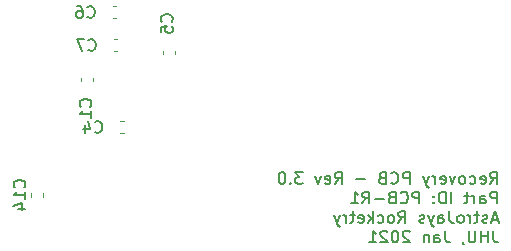
<source format=gbo>
G04 #@! TF.GenerationSoftware,KiCad,Pcbnew,(5.1.4)-1*
G04 #@! TF.CreationDate,2022-02-20T14:42:12-05:00*
G04 #@! TF.ProjectId,Recovery PCB,5265636f-7665-4727-9920-5043422e6b69,rev?*
G04 #@! TF.SameCoordinates,Original*
G04 #@! TF.FileFunction,Legend,Bot*
G04 #@! TF.FilePolarity,Positive*
%FSLAX46Y46*%
G04 Gerber Fmt 4.6, Leading zero omitted, Abs format (unit mm)*
G04 Created by KiCad (PCBNEW (5.1.4)-1) date 2022-02-20 14:42:12*
%MOMM*%
%LPD*%
G04 APERTURE LIST*
%ADD10C,0.150000*%
%ADD11C,0.120000*%
%ADD12C,2.502000*%
%ADD13C,1.702000*%
%ADD14R,3.602000X1.602000*%
%ADD15C,1.052000*%
%ADD16C,0.902000*%
%ADD17C,6.502000*%
%ADD18C,0.100000*%
%ADD19C,1.002000*%
%ADD20R,1.802000X1.802000*%
%ADD21O,1.802000X1.802000*%
%ADD22C,0.977000*%
%ADD23O,1.802000X2.102000*%
%ADD24C,1.802000*%
%ADD25O,1.802000X2.052000*%
%ADD26C,3.102000*%
%ADD27R,3.102000X3.102000*%
%ADD28O,1.102000X1.102000*%
%ADD29R,1.102000X1.102000*%
%ADD30R,2.102000X2.102000*%
%ADD31C,2.102000*%
G04 APERTURE END LIST*
D10*
X158312976Y-91527380D02*
X158646309Y-91051190D01*
X158884404Y-91527380D02*
X158884404Y-90527380D01*
X158503452Y-90527380D01*
X158408214Y-90575000D01*
X158360595Y-90622619D01*
X158312976Y-90717857D01*
X158312976Y-90860714D01*
X158360595Y-90955952D01*
X158408214Y-91003571D01*
X158503452Y-91051190D01*
X158884404Y-91051190D01*
X157503452Y-91479761D02*
X157598690Y-91527380D01*
X157789166Y-91527380D01*
X157884404Y-91479761D01*
X157932023Y-91384523D01*
X157932023Y-91003571D01*
X157884404Y-90908333D01*
X157789166Y-90860714D01*
X157598690Y-90860714D01*
X157503452Y-90908333D01*
X157455833Y-91003571D01*
X157455833Y-91098809D01*
X157932023Y-91194047D01*
X156598690Y-91479761D02*
X156693928Y-91527380D01*
X156884404Y-91527380D01*
X156979642Y-91479761D01*
X157027261Y-91432142D01*
X157074880Y-91336904D01*
X157074880Y-91051190D01*
X157027261Y-90955952D01*
X156979642Y-90908333D01*
X156884404Y-90860714D01*
X156693928Y-90860714D01*
X156598690Y-90908333D01*
X156027261Y-91527380D02*
X156122500Y-91479761D01*
X156170119Y-91432142D01*
X156217738Y-91336904D01*
X156217738Y-91051190D01*
X156170119Y-90955952D01*
X156122500Y-90908333D01*
X156027261Y-90860714D01*
X155884404Y-90860714D01*
X155789166Y-90908333D01*
X155741547Y-90955952D01*
X155693928Y-91051190D01*
X155693928Y-91336904D01*
X155741547Y-91432142D01*
X155789166Y-91479761D01*
X155884404Y-91527380D01*
X156027261Y-91527380D01*
X155360595Y-90860714D02*
X155122500Y-91527380D01*
X154884404Y-90860714D01*
X154122500Y-91479761D02*
X154217738Y-91527380D01*
X154408214Y-91527380D01*
X154503452Y-91479761D01*
X154551071Y-91384523D01*
X154551071Y-91003571D01*
X154503452Y-90908333D01*
X154408214Y-90860714D01*
X154217738Y-90860714D01*
X154122500Y-90908333D01*
X154074880Y-91003571D01*
X154074880Y-91098809D01*
X154551071Y-91194047D01*
X153646309Y-91527380D02*
X153646309Y-90860714D01*
X153646309Y-91051190D02*
X153598690Y-90955952D01*
X153551071Y-90908333D01*
X153455833Y-90860714D01*
X153360595Y-90860714D01*
X153122500Y-90860714D02*
X152884404Y-91527380D01*
X152646309Y-90860714D02*
X152884404Y-91527380D01*
X152979642Y-91765476D01*
X153027261Y-91813095D01*
X153122500Y-91860714D01*
X151503452Y-91527380D02*
X151503452Y-90527380D01*
X151122500Y-90527380D01*
X151027261Y-90575000D01*
X150979642Y-90622619D01*
X150932023Y-90717857D01*
X150932023Y-90860714D01*
X150979642Y-90955952D01*
X151027261Y-91003571D01*
X151122500Y-91051190D01*
X151503452Y-91051190D01*
X149932023Y-91432142D02*
X149979642Y-91479761D01*
X150122500Y-91527380D01*
X150217738Y-91527380D01*
X150360595Y-91479761D01*
X150455833Y-91384523D01*
X150503452Y-91289285D01*
X150551071Y-91098809D01*
X150551071Y-90955952D01*
X150503452Y-90765476D01*
X150455833Y-90670238D01*
X150360595Y-90575000D01*
X150217738Y-90527380D01*
X150122500Y-90527380D01*
X149979642Y-90575000D01*
X149932023Y-90622619D01*
X149170119Y-91003571D02*
X149027261Y-91051190D01*
X148979642Y-91098809D01*
X148932023Y-91194047D01*
X148932023Y-91336904D01*
X148979642Y-91432142D01*
X149027261Y-91479761D01*
X149122500Y-91527380D01*
X149503452Y-91527380D01*
X149503452Y-90527380D01*
X149170119Y-90527380D01*
X149074880Y-90575000D01*
X149027261Y-90622619D01*
X148979642Y-90717857D01*
X148979642Y-90813095D01*
X149027261Y-90908333D01*
X149074880Y-90955952D01*
X149170119Y-91003571D01*
X149503452Y-91003571D01*
X147741547Y-91146428D02*
X146979642Y-91146428D01*
X145170119Y-91527380D02*
X145503452Y-91051190D01*
X145741547Y-91527380D02*
X145741547Y-90527380D01*
X145360595Y-90527380D01*
X145265357Y-90575000D01*
X145217738Y-90622619D01*
X145170119Y-90717857D01*
X145170119Y-90860714D01*
X145217738Y-90955952D01*
X145265357Y-91003571D01*
X145360595Y-91051190D01*
X145741547Y-91051190D01*
X144360595Y-91479761D02*
X144455833Y-91527380D01*
X144646309Y-91527380D01*
X144741547Y-91479761D01*
X144789166Y-91384523D01*
X144789166Y-91003571D01*
X144741547Y-90908333D01*
X144646309Y-90860714D01*
X144455833Y-90860714D01*
X144360595Y-90908333D01*
X144312976Y-91003571D01*
X144312976Y-91098809D01*
X144789166Y-91194047D01*
X143979642Y-90860714D02*
X143741547Y-91527380D01*
X143503452Y-90860714D01*
X142455833Y-90527380D02*
X141836785Y-90527380D01*
X142170119Y-90908333D01*
X142027261Y-90908333D01*
X141932023Y-90955952D01*
X141884404Y-91003571D01*
X141836785Y-91098809D01*
X141836785Y-91336904D01*
X141884404Y-91432142D01*
X141932023Y-91479761D01*
X142027261Y-91527380D01*
X142312976Y-91527380D01*
X142408214Y-91479761D01*
X142455833Y-91432142D01*
X141408214Y-91432142D02*
X141360595Y-91479761D01*
X141408214Y-91527380D01*
X141455833Y-91479761D01*
X141408214Y-91432142D01*
X141408214Y-91527380D01*
X140741547Y-90527380D02*
X140646309Y-90527380D01*
X140551071Y-90575000D01*
X140503452Y-90622619D01*
X140455833Y-90717857D01*
X140408214Y-90908333D01*
X140408214Y-91146428D01*
X140455833Y-91336904D01*
X140503452Y-91432142D01*
X140551071Y-91479761D01*
X140646309Y-91527380D01*
X140741547Y-91527380D01*
X140836785Y-91479761D01*
X140884404Y-91432142D01*
X140932023Y-91336904D01*
X140979642Y-91146428D01*
X140979642Y-90908333D01*
X140932023Y-90717857D01*
X140884404Y-90622619D01*
X140836785Y-90575000D01*
X140741547Y-90527380D01*
X158884404Y-93177380D02*
X158884404Y-92177380D01*
X158503452Y-92177380D01*
X158408214Y-92225000D01*
X158360595Y-92272619D01*
X158312976Y-92367857D01*
X158312976Y-92510714D01*
X158360595Y-92605952D01*
X158408214Y-92653571D01*
X158503452Y-92701190D01*
X158884404Y-92701190D01*
X157455833Y-93177380D02*
X157455833Y-92653571D01*
X157503452Y-92558333D01*
X157598690Y-92510714D01*
X157789166Y-92510714D01*
X157884404Y-92558333D01*
X157455833Y-93129761D02*
X157551071Y-93177380D01*
X157789166Y-93177380D01*
X157884404Y-93129761D01*
X157932023Y-93034523D01*
X157932023Y-92939285D01*
X157884404Y-92844047D01*
X157789166Y-92796428D01*
X157551071Y-92796428D01*
X157455833Y-92748809D01*
X156979642Y-93177380D02*
X156979642Y-92510714D01*
X156979642Y-92701190D02*
X156932023Y-92605952D01*
X156884404Y-92558333D01*
X156789166Y-92510714D01*
X156693928Y-92510714D01*
X156503452Y-92510714D02*
X156122500Y-92510714D01*
X156360595Y-92177380D02*
X156360595Y-93034523D01*
X156312976Y-93129761D01*
X156217738Y-93177380D01*
X156122500Y-93177380D01*
X155027261Y-93177380D02*
X155027261Y-92177380D01*
X154551071Y-93177380D02*
X154551071Y-92177380D01*
X154312976Y-92177380D01*
X154170119Y-92225000D01*
X154074880Y-92320238D01*
X154027261Y-92415476D01*
X153979642Y-92605952D01*
X153979642Y-92748809D01*
X154027261Y-92939285D01*
X154074880Y-93034523D01*
X154170119Y-93129761D01*
X154312976Y-93177380D01*
X154551071Y-93177380D01*
X153551071Y-93082142D02*
X153503452Y-93129761D01*
X153551071Y-93177380D01*
X153598690Y-93129761D01*
X153551071Y-93082142D01*
X153551071Y-93177380D01*
X153551071Y-92558333D02*
X153503452Y-92605952D01*
X153551071Y-92653571D01*
X153598690Y-92605952D01*
X153551071Y-92558333D01*
X153551071Y-92653571D01*
X152312976Y-93177380D02*
X152312976Y-92177380D01*
X151932023Y-92177380D01*
X151836785Y-92225000D01*
X151789166Y-92272619D01*
X151741547Y-92367857D01*
X151741547Y-92510714D01*
X151789166Y-92605952D01*
X151836785Y-92653571D01*
X151932023Y-92701190D01*
X152312976Y-92701190D01*
X150741547Y-93082142D02*
X150789166Y-93129761D01*
X150932023Y-93177380D01*
X151027261Y-93177380D01*
X151170119Y-93129761D01*
X151265357Y-93034523D01*
X151312976Y-92939285D01*
X151360595Y-92748809D01*
X151360595Y-92605952D01*
X151312976Y-92415476D01*
X151265357Y-92320238D01*
X151170119Y-92225000D01*
X151027261Y-92177380D01*
X150932023Y-92177380D01*
X150789166Y-92225000D01*
X150741547Y-92272619D01*
X149979642Y-92653571D02*
X149836785Y-92701190D01*
X149789166Y-92748809D01*
X149741547Y-92844047D01*
X149741547Y-92986904D01*
X149789166Y-93082142D01*
X149836785Y-93129761D01*
X149932023Y-93177380D01*
X150312976Y-93177380D01*
X150312976Y-92177380D01*
X149979642Y-92177380D01*
X149884404Y-92225000D01*
X149836785Y-92272619D01*
X149789166Y-92367857D01*
X149789166Y-92463095D01*
X149836785Y-92558333D01*
X149884404Y-92605952D01*
X149979642Y-92653571D01*
X150312976Y-92653571D01*
X149312976Y-92796428D02*
X148551071Y-92796428D01*
X147503452Y-93177380D02*
X147836785Y-92701190D01*
X148074880Y-93177380D02*
X148074880Y-92177380D01*
X147693928Y-92177380D01*
X147598690Y-92225000D01*
X147551071Y-92272619D01*
X147503452Y-92367857D01*
X147503452Y-92510714D01*
X147551071Y-92605952D01*
X147598690Y-92653571D01*
X147693928Y-92701190D01*
X148074880Y-92701190D01*
X146551071Y-93177380D02*
X147122500Y-93177380D01*
X146836785Y-93177380D02*
X146836785Y-92177380D01*
X146932023Y-92320238D01*
X147027261Y-92415476D01*
X147122500Y-92463095D01*
X158932023Y-94541666D02*
X158455833Y-94541666D01*
X159027261Y-94827380D02*
X158693928Y-93827380D01*
X158360595Y-94827380D01*
X158074880Y-94779761D02*
X157979642Y-94827380D01*
X157789166Y-94827380D01*
X157693928Y-94779761D01*
X157646309Y-94684523D01*
X157646309Y-94636904D01*
X157693928Y-94541666D01*
X157789166Y-94494047D01*
X157932023Y-94494047D01*
X158027261Y-94446428D01*
X158074880Y-94351190D01*
X158074880Y-94303571D01*
X158027261Y-94208333D01*
X157932023Y-94160714D01*
X157789166Y-94160714D01*
X157693928Y-94208333D01*
X157360595Y-94160714D02*
X156979642Y-94160714D01*
X157217738Y-93827380D02*
X157217738Y-94684523D01*
X157170119Y-94779761D01*
X157074880Y-94827380D01*
X156979642Y-94827380D01*
X156646309Y-94827380D02*
X156646309Y-94160714D01*
X156646309Y-94351190D02*
X156598690Y-94255952D01*
X156551071Y-94208333D01*
X156455833Y-94160714D01*
X156360595Y-94160714D01*
X155884404Y-94827380D02*
X155979642Y-94779761D01*
X156027261Y-94732142D01*
X156074880Y-94636904D01*
X156074880Y-94351190D01*
X156027261Y-94255952D01*
X155979642Y-94208333D01*
X155884404Y-94160714D01*
X155741547Y-94160714D01*
X155646309Y-94208333D01*
X155598690Y-94255952D01*
X155551071Y-94351190D01*
X155551071Y-94636904D01*
X155598690Y-94732142D01*
X155646309Y-94779761D01*
X155741547Y-94827380D01*
X155884404Y-94827380D01*
X154836785Y-93827380D02*
X154836785Y-94541666D01*
X154884404Y-94684523D01*
X154979642Y-94779761D01*
X155122500Y-94827380D01*
X155217738Y-94827380D01*
X153932023Y-94827380D02*
X153932023Y-94303571D01*
X153979642Y-94208333D01*
X154074880Y-94160714D01*
X154265357Y-94160714D01*
X154360595Y-94208333D01*
X153932023Y-94779761D02*
X154027261Y-94827380D01*
X154265357Y-94827380D01*
X154360595Y-94779761D01*
X154408214Y-94684523D01*
X154408214Y-94589285D01*
X154360595Y-94494047D01*
X154265357Y-94446428D01*
X154027261Y-94446428D01*
X153932023Y-94398809D01*
X153551071Y-94160714D02*
X153312976Y-94827380D01*
X153074880Y-94160714D02*
X153312976Y-94827380D01*
X153408214Y-95065476D01*
X153455833Y-95113095D01*
X153551071Y-95160714D01*
X152741547Y-94779761D02*
X152646309Y-94827380D01*
X152455833Y-94827380D01*
X152360595Y-94779761D01*
X152312976Y-94684523D01*
X152312976Y-94636904D01*
X152360595Y-94541666D01*
X152455833Y-94494047D01*
X152598690Y-94494047D01*
X152693928Y-94446428D01*
X152741547Y-94351190D01*
X152741547Y-94303571D01*
X152693928Y-94208333D01*
X152598690Y-94160714D01*
X152455833Y-94160714D01*
X152360595Y-94208333D01*
X150551071Y-94827380D02*
X150884404Y-94351190D01*
X151122500Y-94827380D02*
X151122500Y-93827380D01*
X150741547Y-93827380D01*
X150646309Y-93875000D01*
X150598690Y-93922619D01*
X150551071Y-94017857D01*
X150551071Y-94160714D01*
X150598690Y-94255952D01*
X150646309Y-94303571D01*
X150741547Y-94351190D01*
X151122500Y-94351190D01*
X149979642Y-94827380D02*
X150074880Y-94779761D01*
X150122500Y-94732142D01*
X150170119Y-94636904D01*
X150170119Y-94351190D01*
X150122500Y-94255952D01*
X150074880Y-94208333D01*
X149979642Y-94160714D01*
X149836785Y-94160714D01*
X149741547Y-94208333D01*
X149693928Y-94255952D01*
X149646309Y-94351190D01*
X149646309Y-94636904D01*
X149693928Y-94732142D01*
X149741547Y-94779761D01*
X149836785Y-94827380D01*
X149979642Y-94827380D01*
X148789166Y-94779761D02*
X148884404Y-94827380D01*
X149074880Y-94827380D01*
X149170119Y-94779761D01*
X149217738Y-94732142D01*
X149265357Y-94636904D01*
X149265357Y-94351190D01*
X149217738Y-94255952D01*
X149170119Y-94208333D01*
X149074880Y-94160714D01*
X148884404Y-94160714D01*
X148789166Y-94208333D01*
X148360595Y-94827380D02*
X148360595Y-93827380D01*
X148265357Y-94446428D02*
X147979642Y-94827380D01*
X147979642Y-94160714D02*
X148360595Y-94541666D01*
X147170119Y-94779761D02*
X147265357Y-94827380D01*
X147455833Y-94827380D01*
X147551071Y-94779761D01*
X147598690Y-94684523D01*
X147598690Y-94303571D01*
X147551071Y-94208333D01*
X147455833Y-94160714D01*
X147265357Y-94160714D01*
X147170119Y-94208333D01*
X147122500Y-94303571D01*
X147122500Y-94398809D01*
X147598690Y-94494047D01*
X146836785Y-94160714D02*
X146455833Y-94160714D01*
X146693928Y-93827380D02*
X146693928Y-94684523D01*
X146646309Y-94779761D01*
X146551071Y-94827380D01*
X146455833Y-94827380D01*
X146122500Y-94827380D02*
X146122500Y-94160714D01*
X146122500Y-94351190D02*
X146074880Y-94255952D01*
X146027261Y-94208333D01*
X145932023Y-94160714D01*
X145836785Y-94160714D01*
X145598690Y-94160714D02*
X145360595Y-94827380D01*
X145122500Y-94160714D02*
X145360595Y-94827380D01*
X145455833Y-95065476D01*
X145503452Y-95113095D01*
X145598690Y-95160714D01*
X158598690Y-95477380D02*
X158598690Y-96191666D01*
X158646309Y-96334523D01*
X158741547Y-96429761D01*
X158884404Y-96477380D01*
X158979642Y-96477380D01*
X158122500Y-96477380D02*
X158122500Y-95477380D01*
X158122500Y-95953571D02*
X157551071Y-95953571D01*
X157551071Y-96477380D02*
X157551071Y-95477380D01*
X157074880Y-95477380D02*
X157074880Y-96286904D01*
X157027261Y-96382142D01*
X156979642Y-96429761D01*
X156884404Y-96477380D01*
X156693928Y-96477380D01*
X156598690Y-96429761D01*
X156551071Y-96382142D01*
X156503452Y-96286904D01*
X156503452Y-95477380D01*
X155979642Y-96429761D02*
X155979642Y-96477380D01*
X156027261Y-96572619D01*
X156074880Y-96620238D01*
X154503452Y-95477380D02*
X154503452Y-96191666D01*
X154551071Y-96334523D01*
X154646309Y-96429761D01*
X154789166Y-96477380D01*
X154884404Y-96477380D01*
X153598690Y-96477380D02*
X153598690Y-95953571D01*
X153646309Y-95858333D01*
X153741547Y-95810714D01*
X153932023Y-95810714D01*
X154027261Y-95858333D01*
X153598690Y-96429761D02*
X153693928Y-96477380D01*
X153932023Y-96477380D01*
X154027261Y-96429761D01*
X154074880Y-96334523D01*
X154074880Y-96239285D01*
X154027261Y-96144047D01*
X153932023Y-96096428D01*
X153693928Y-96096428D01*
X153598690Y-96048809D01*
X153122500Y-95810714D02*
X153122500Y-96477380D01*
X153122500Y-95905952D02*
X153074880Y-95858333D01*
X152979642Y-95810714D01*
X152836785Y-95810714D01*
X152741547Y-95858333D01*
X152693928Y-95953571D01*
X152693928Y-96477380D01*
X151503452Y-95572619D02*
X151455833Y-95525000D01*
X151360595Y-95477380D01*
X151122500Y-95477380D01*
X151027261Y-95525000D01*
X150979642Y-95572619D01*
X150932023Y-95667857D01*
X150932023Y-95763095D01*
X150979642Y-95905952D01*
X151551071Y-96477380D01*
X150932023Y-96477380D01*
X150312976Y-95477380D02*
X150217738Y-95477380D01*
X150122500Y-95525000D01*
X150074880Y-95572619D01*
X150027261Y-95667857D01*
X149979642Y-95858333D01*
X149979642Y-96096428D01*
X150027261Y-96286904D01*
X150074880Y-96382142D01*
X150122500Y-96429761D01*
X150217738Y-96477380D01*
X150312976Y-96477380D01*
X150408214Y-96429761D01*
X150455833Y-96382142D01*
X150503452Y-96286904D01*
X150551071Y-96096428D01*
X150551071Y-95858333D01*
X150503452Y-95667857D01*
X150455833Y-95572619D01*
X150408214Y-95525000D01*
X150312976Y-95477380D01*
X149598690Y-95572619D02*
X149551071Y-95525000D01*
X149455833Y-95477380D01*
X149217738Y-95477380D01*
X149122500Y-95525000D01*
X149074880Y-95572619D01*
X149027261Y-95667857D01*
X149027261Y-95763095D01*
X149074880Y-95905952D01*
X149646309Y-96477380D01*
X149027261Y-96477380D01*
X148074880Y-96477380D02*
X148646309Y-96477380D01*
X148360595Y-96477380D02*
X148360595Y-95477380D01*
X148455833Y-95620238D01*
X148551071Y-95715476D01*
X148646309Y-95763095D01*
D11*
X130579400Y-80544580D02*
X130579400Y-80263420D01*
X131599400Y-80544580D02*
X131599400Y-80263420D01*
X119440000Y-92287221D02*
X119440000Y-92612779D01*
X120460000Y-92287221D02*
X120460000Y-92612779D01*
X126430721Y-80266000D02*
X126756279Y-80266000D01*
X126430721Y-79246000D02*
X126756279Y-79246000D01*
X124690600Y-82839679D02*
X124690600Y-82514121D01*
X123670600Y-82839679D02*
X123670600Y-82514121D01*
X126964121Y-87251000D02*
X127289679Y-87251000D01*
X126964121Y-86231000D02*
X127289679Y-86231000D01*
X126680279Y-76477400D02*
X126354721Y-76477400D01*
X126680279Y-77497400D02*
X126354721Y-77497400D01*
D10*
X131344942Y-77785933D02*
X131392561Y-77738314D01*
X131440180Y-77595457D01*
X131440180Y-77500219D01*
X131392561Y-77357361D01*
X131297323Y-77262123D01*
X131202085Y-77214504D01*
X131011609Y-77166885D01*
X130868752Y-77166885D01*
X130678276Y-77214504D01*
X130583038Y-77262123D01*
X130487800Y-77357361D01*
X130440180Y-77500219D01*
X130440180Y-77595457D01*
X130487800Y-77738314D01*
X130535419Y-77785933D01*
X130440180Y-78690695D02*
X130440180Y-78214504D01*
X130916371Y-78166885D01*
X130868752Y-78214504D01*
X130821133Y-78309742D01*
X130821133Y-78547838D01*
X130868752Y-78643076D01*
X130916371Y-78690695D01*
X131011609Y-78738314D01*
X131249704Y-78738314D01*
X131344942Y-78690695D01*
X131392561Y-78643076D01*
X131440180Y-78547838D01*
X131440180Y-78309742D01*
X131392561Y-78214504D01*
X131344942Y-78166885D01*
X118877142Y-91807142D02*
X118924761Y-91759523D01*
X118972380Y-91616666D01*
X118972380Y-91521428D01*
X118924761Y-91378571D01*
X118829523Y-91283333D01*
X118734285Y-91235714D01*
X118543809Y-91188095D01*
X118400952Y-91188095D01*
X118210476Y-91235714D01*
X118115238Y-91283333D01*
X118020000Y-91378571D01*
X117972380Y-91521428D01*
X117972380Y-91616666D01*
X118020000Y-91759523D01*
X118067619Y-91807142D01*
X118972380Y-92759523D02*
X118972380Y-92188095D01*
X118972380Y-92473809D02*
X117972380Y-92473809D01*
X118115238Y-92378571D01*
X118210476Y-92283333D01*
X118258095Y-92188095D01*
X118305714Y-93616666D02*
X118972380Y-93616666D01*
X117924761Y-93378571D02*
X118639047Y-93140476D01*
X118639047Y-93759523D01*
X124302666Y-80163142D02*
X124350285Y-80210761D01*
X124493142Y-80258380D01*
X124588380Y-80258380D01*
X124731238Y-80210761D01*
X124826476Y-80115523D01*
X124874095Y-80020285D01*
X124921714Y-79829809D01*
X124921714Y-79686952D01*
X124874095Y-79496476D01*
X124826476Y-79401238D01*
X124731238Y-79306000D01*
X124588380Y-79258380D01*
X124493142Y-79258380D01*
X124350285Y-79306000D01*
X124302666Y-79353619D01*
X123969333Y-79258380D02*
X123302666Y-79258380D01*
X123731238Y-80258380D01*
X124467742Y-84972733D02*
X124515361Y-84925114D01*
X124562980Y-84782257D01*
X124562980Y-84687019D01*
X124515361Y-84544161D01*
X124420123Y-84448923D01*
X124324885Y-84401304D01*
X124134409Y-84353685D01*
X123991552Y-84353685D01*
X123801076Y-84401304D01*
X123705838Y-84448923D01*
X123610600Y-84544161D01*
X123562980Y-84687019D01*
X123562980Y-84782257D01*
X123610600Y-84925114D01*
X123658219Y-84972733D01*
X124562980Y-85925114D02*
X124562980Y-85353685D01*
X124562980Y-85639400D02*
X123562980Y-85639400D01*
X123705838Y-85544161D01*
X123801076Y-85448923D01*
X123848695Y-85353685D01*
X124846066Y-87108142D02*
X124893685Y-87155761D01*
X125036542Y-87203380D01*
X125131780Y-87203380D01*
X125274638Y-87155761D01*
X125369876Y-87060523D01*
X125417495Y-86965285D01*
X125465114Y-86774809D01*
X125465114Y-86631952D01*
X125417495Y-86441476D01*
X125369876Y-86346238D01*
X125274638Y-86251000D01*
X125131780Y-86203380D01*
X125036542Y-86203380D01*
X124893685Y-86251000D01*
X124846066Y-86298619D01*
X123988923Y-86536714D02*
X123988923Y-87203380D01*
X124227019Y-86155761D02*
X124465114Y-86870047D01*
X123846066Y-86870047D01*
X124216666Y-77384542D02*
X124264285Y-77432161D01*
X124407142Y-77479780D01*
X124502380Y-77479780D01*
X124645238Y-77432161D01*
X124740476Y-77336923D01*
X124788095Y-77241685D01*
X124835714Y-77051209D01*
X124835714Y-76908352D01*
X124788095Y-76717876D01*
X124740476Y-76622638D01*
X124645238Y-76527400D01*
X124502380Y-76479780D01*
X124407142Y-76479780D01*
X124264285Y-76527400D01*
X124216666Y-76575019D01*
X123359523Y-76479780D02*
X123550000Y-76479780D01*
X123645238Y-76527400D01*
X123692857Y-76575019D01*
X123788095Y-76717876D01*
X123835714Y-76908352D01*
X123835714Y-77289304D01*
X123788095Y-77384542D01*
X123740476Y-77432161D01*
X123645238Y-77479780D01*
X123454761Y-77479780D01*
X123359523Y-77432161D01*
X123311904Y-77384542D01*
X123264285Y-77289304D01*
X123264285Y-77051209D01*
X123311904Y-76955971D01*
X123359523Y-76908352D01*
X123454761Y-76860733D01*
X123645238Y-76860733D01*
X123740476Y-76908352D01*
X123788095Y-76955971D01*
X123835714Y-77051209D01*
%LPC*%
D12*
X103870000Y-109922500D03*
X108950000Y-109922500D03*
D13*
X119110000Y-109922500D03*
X121650000Y-109922500D03*
D12*
X103870000Y-99022500D03*
X108950000Y-99022500D03*
D13*
X119110000Y-99022500D03*
X121650000Y-99022500D03*
D14*
X172740000Y-109980000D03*
X172740000Y-115380000D03*
D15*
X97030000Y-87300000D03*
X97030000Y-80500000D03*
D16*
X172697056Y-119802944D03*
X171000000Y-119100000D03*
X169302944Y-119802944D03*
X168600000Y-121500000D03*
X169302944Y-123197056D03*
X171000000Y-123900000D03*
X172697056Y-123197056D03*
X173400000Y-121500000D03*
D17*
X171000000Y-121500000D03*
D16*
X98297056Y-119802944D03*
X96600000Y-119100000D03*
X94902944Y-119802944D03*
X94200000Y-121500000D03*
X94902944Y-123197056D03*
X96600000Y-123900000D03*
X98297056Y-123197056D03*
X99000000Y-121500000D03*
D17*
X96600000Y-121500000D03*
D16*
X172697056Y-68802944D03*
X171000000Y-68100000D03*
X169302944Y-68802944D03*
X168600000Y-70500000D03*
X169302944Y-72197056D03*
X171000000Y-72900000D03*
X172697056Y-72197056D03*
X173400000Y-70500000D03*
D17*
X171000000Y-70500000D03*
D16*
X98297056Y-68802944D03*
X96600000Y-68100000D03*
X94902944Y-68802944D03*
X94200000Y-70500000D03*
X94902944Y-72197056D03*
X96600000Y-72900000D03*
X98297056Y-72197056D03*
X99000000Y-70500000D03*
D17*
X96600000Y-70500000D03*
D14*
X172520000Y-80050000D03*
X172520000Y-85450000D03*
D18*
G36*
X131389453Y-79129206D02*
G01*
X131413770Y-79132813D01*
X131437616Y-79138786D01*
X131460762Y-79147068D01*
X131482985Y-79157579D01*
X131504070Y-79170217D01*
X131523816Y-79184861D01*
X131542030Y-79201370D01*
X131558539Y-79219584D01*
X131573183Y-79239330D01*
X131585821Y-79260415D01*
X131596332Y-79282638D01*
X131604614Y-79305784D01*
X131610587Y-79329630D01*
X131614194Y-79353947D01*
X131615400Y-79378500D01*
X131615400Y-79879500D01*
X131614194Y-79904053D01*
X131610587Y-79928370D01*
X131604614Y-79952216D01*
X131596332Y-79975362D01*
X131585821Y-79997585D01*
X131573183Y-80018670D01*
X131558539Y-80038416D01*
X131542030Y-80056630D01*
X131523816Y-80073139D01*
X131504070Y-80087783D01*
X131482985Y-80100421D01*
X131460762Y-80110932D01*
X131437616Y-80119214D01*
X131413770Y-80125187D01*
X131389453Y-80128794D01*
X131364900Y-80130000D01*
X130813900Y-80130000D01*
X130789347Y-80128794D01*
X130765030Y-80125187D01*
X130741184Y-80119214D01*
X130718038Y-80110932D01*
X130695815Y-80100421D01*
X130674730Y-80087783D01*
X130654984Y-80073139D01*
X130636770Y-80056630D01*
X130620261Y-80038416D01*
X130605617Y-80018670D01*
X130592979Y-79997585D01*
X130582468Y-79975362D01*
X130574186Y-79952216D01*
X130568213Y-79928370D01*
X130564606Y-79904053D01*
X130563400Y-79879500D01*
X130563400Y-79378500D01*
X130564606Y-79353947D01*
X130568213Y-79329630D01*
X130574186Y-79305784D01*
X130582468Y-79282638D01*
X130592979Y-79260415D01*
X130605617Y-79239330D01*
X130620261Y-79219584D01*
X130636770Y-79201370D01*
X130654984Y-79184861D01*
X130674730Y-79170217D01*
X130695815Y-79157579D01*
X130718038Y-79147068D01*
X130741184Y-79138786D01*
X130765030Y-79132813D01*
X130789347Y-79129206D01*
X130813900Y-79128000D01*
X131364900Y-79128000D01*
X131389453Y-79129206D01*
X131389453Y-79129206D01*
G37*
D19*
X131089400Y-79629000D03*
D18*
G36*
X131389453Y-80679206D02*
G01*
X131413770Y-80682813D01*
X131437616Y-80688786D01*
X131460762Y-80697068D01*
X131482985Y-80707579D01*
X131504070Y-80720217D01*
X131523816Y-80734861D01*
X131542030Y-80751370D01*
X131558539Y-80769584D01*
X131573183Y-80789330D01*
X131585821Y-80810415D01*
X131596332Y-80832638D01*
X131604614Y-80855784D01*
X131610587Y-80879630D01*
X131614194Y-80903947D01*
X131615400Y-80928500D01*
X131615400Y-81429500D01*
X131614194Y-81454053D01*
X131610587Y-81478370D01*
X131604614Y-81502216D01*
X131596332Y-81525362D01*
X131585821Y-81547585D01*
X131573183Y-81568670D01*
X131558539Y-81588416D01*
X131542030Y-81606630D01*
X131523816Y-81623139D01*
X131504070Y-81637783D01*
X131482985Y-81650421D01*
X131460762Y-81660932D01*
X131437616Y-81669214D01*
X131413770Y-81675187D01*
X131389453Y-81678794D01*
X131364900Y-81680000D01*
X130813900Y-81680000D01*
X130789347Y-81678794D01*
X130765030Y-81675187D01*
X130741184Y-81669214D01*
X130718038Y-81660932D01*
X130695815Y-81650421D01*
X130674730Y-81637783D01*
X130654984Y-81623139D01*
X130636770Y-81606630D01*
X130620261Y-81588416D01*
X130605617Y-81568670D01*
X130592979Y-81547585D01*
X130582468Y-81525362D01*
X130574186Y-81502216D01*
X130568213Y-81478370D01*
X130564606Y-81454053D01*
X130563400Y-81429500D01*
X130563400Y-80928500D01*
X130564606Y-80903947D01*
X130568213Y-80879630D01*
X130574186Y-80855784D01*
X130582468Y-80832638D01*
X130592979Y-80810415D01*
X130605617Y-80789330D01*
X130620261Y-80769584D01*
X130636770Y-80751370D01*
X130654984Y-80734861D01*
X130674730Y-80720217D01*
X130695815Y-80707579D01*
X130718038Y-80697068D01*
X130741184Y-80688786D01*
X130765030Y-80682813D01*
X130789347Y-80679206D01*
X130813900Y-80678000D01*
X131364900Y-80678000D01*
X131389453Y-80679206D01*
X131389453Y-80679206D01*
G37*
D19*
X131089400Y-81179000D03*
D20*
X128220000Y-93100000D03*
D21*
X130760000Y-93100000D03*
X133300000Y-93100000D03*
X135840000Y-93100000D03*
D18*
G36*
X120255691Y-92750176D02*
G01*
X120279401Y-92753693D01*
X120302652Y-92759517D01*
X120325220Y-92767592D01*
X120346889Y-92777841D01*
X120367448Y-92790164D01*
X120386701Y-92804442D01*
X120404461Y-92820539D01*
X120420558Y-92838299D01*
X120434836Y-92857552D01*
X120447159Y-92878111D01*
X120457408Y-92899780D01*
X120465483Y-92922348D01*
X120471307Y-92945599D01*
X120474824Y-92969309D01*
X120476000Y-92993250D01*
X120476000Y-93481750D01*
X120474824Y-93505691D01*
X120471307Y-93529401D01*
X120465483Y-93552652D01*
X120457408Y-93575220D01*
X120447159Y-93596889D01*
X120434836Y-93617448D01*
X120420558Y-93636701D01*
X120404461Y-93654461D01*
X120386701Y-93670558D01*
X120367448Y-93684836D01*
X120346889Y-93697159D01*
X120325220Y-93707408D01*
X120302652Y-93715483D01*
X120279401Y-93721307D01*
X120255691Y-93724824D01*
X120231750Y-93726000D01*
X119668250Y-93726000D01*
X119644309Y-93724824D01*
X119620599Y-93721307D01*
X119597348Y-93715483D01*
X119574780Y-93707408D01*
X119553111Y-93697159D01*
X119532552Y-93684836D01*
X119513299Y-93670558D01*
X119495539Y-93654461D01*
X119479442Y-93636701D01*
X119465164Y-93617448D01*
X119452841Y-93596889D01*
X119442592Y-93575220D01*
X119434517Y-93552652D01*
X119428693Y-93529401D01*
X119425176Y-93505691D01*
X119424000Y-93481750D01*
X119424000Y-92993250D01*
X119425176Y-92969309D01*
X119428693Y-92945599D01*
X119434517Y-92922348D01*
X119442592Y-92899780D01*
X119452841Y-92878111D01*
X119465164Y-92857552D01*
X119479442Y-92838299D01*
X119495539Y-92820539D01*
X119513299Y-92804442D01*
X119532552Y-92790164D01*
X119553111Y-92777841D01*
X119574780Y-92767592D01*
X119597348Y-92759517D01*
X119620599Y-92753693D01*
X119644309Y-92750176D01*
X119668250Y-92749000D01*
X120231750Y-92749000D01*
X120255691Y-92750176D01*
X120255691Y-92750176D01*
G37*
D22*
X119950000Y-93237500D03*
D18*
G36*
X120255691Y-91175176D02*
G01*
X120279401Y-91178693D01*
X120302652Y-91184517D01*
X120325220Y-91192592D01*
X120346889Y-91202841D01*
X120367448Y-91215164D01*
X120386701Y-91229442D01*
X120404461Y-91245539D01*
X120420558Y-91263299D01*
X120434836Y-91282552D01*
X120447159Y-91303111D01*
X120457408Y-91324780D01*
X120465483Y-91347348D01*
X120471307Y-91370599D01*
X120474824Y-91394309D01*
X120476000Y-91418250D01*
X120476000Y-91906750D01*
X120474824Y-91930691D01*
X120471307Y-91954401D01*
X120465483Y-91977652D01*
X120457408Y-92000220D01*
X120447159Y-92021889D01*
X120434836Y-92042448D01*
X120420558Y-92061701D01*
X120404461Y-92079461D01*
X120386701Y-92095558D01*
X120367448Y-92109836D01*
X120346889Y-92122159D01*
X120325220Y-92132408D01*
X120302652Y-92140483D01*
X120279401Y-92146307D01*
X120255691Y-92149824D01*
X120231750Y-92151000D01*
X119668250Y-92151000D01*
X119644309Y-92149824D01*
X119620599Y-92146307D01*
X119597348Y-92140483D01*
X119574780Y-92132408D01*
X119553111Y-92122159D01*
X119532552Y-92109836D01*
X119513299Y-92095558D01*
X119495539Y-92079461D01*
X119479442Y-92061701D01*
X119465164Y-92042448D01*
X119452841Y-92021889D01*
X119442592Y-92000220D01*
X119434517Y-91977652D01*
X119428693Y-91954401D01*
X119425176Y-91930691D01*
X119424000Y-91906750D01*
X119424000Y-91418250D01*
X119425176Y-91394309D01*
X119428693Y-91370599D01*
X119434517Y-91347348D01*
X119442592Y-91324780D01*
X119452841Y-91303111D01*
X119465164Y-91282552D01*
X119479442Y-91263299D01*
X119495539Y-91245539D01*
X119513299Y-91229442D01*
X119532552Y-91215164D01*
X119553111Y-91202841D01*
X119574780Y-91192592D01*
X119597348Y-91184517D01*
X119620599Y-91178693D01*
X119644309Y-91175176D01*
X119668250Y-91174000D01*
X120231750Y-91174000D01*
X120255691Y-91175176D01*
X120255691Y-91175176D01*
G37*
D22*
X119950000Y-91662500D03*
D23*
X108600000Y-120800000D03*
D18*
G36*
X106761975Y-119750276D02*
G01*
X106787699Y-119754092D01*
X106812925Y-119760411D01*
X106837411Y-119769172D01*
X106860920Y-119780291D01*
X106883226Y-119793661D01*
X106904114Y-119809152D01*
X106923383Y-119826617D01*
X106940848Y-119845886D01*
X106956339Y-119866774D01*
X106969709Y-119889080D01*
X106980828Y-119912589D01*
X106989589Y-119937075D01*
X106995908Y-119962301D01*
X106999724Y-119988025D01*
X107001000Y-120014000D01*
X107001000Y-121586000D01*
X106999724Y-121611975D01*
X106995908Y-121637699D01*
X106989589Y-121662925D01*
X106980828Y-121687411D01*
X106969709Y-121710920D01*
X106956339Y-121733226D01*
X106940848Y-121754114D01*
X106923383Y-121773383D01*
X106904114Y-121790848D01*
X106883226Y-121806339D01*
X106860920Y-121819709D01*
X106837411Y-121830828D01*
X106812925Y-121839589D01*
X106787699Y-121845908D01*
X106761975Y-121849724D01*
X106736000Y-121851000D01*
X105464000Y-121851000D01*
X105438025Y-121849724D01*
X105412301Y-121845908D01*
X105387075Y-121839589D01*
X105362589Y-121830828D01*
X105339080Y-121819709D01*
X105316774Y-121806339D01*
X105295886Y-121790848D01*
X105276617Y-121773383D01*
X105259152Y-121754114D01*
X105243661Y-121733226D01*
X105230291Y-121710920D01*
X105219172Y-121687411D01*
X105210411Y-121662925D01*
X105204092Y-121637699D01*
X105200276Y-121611975D01*
X105199000Y-121586000D01*
X105199000Y-120014000D01*
X105200276Y-119988025D01*
X105204092Y-119962301D01*
X105210411Y-119937075D01*
X105219172Y-119912589D01*
X105230291Y-119889080D01*
X105243661Y-119866774D01*
X105259152Y-119845886D01*
X105276617Y-119826617D01*
X105295886Y-119809152D01*
X105316774Y-119793661D01*
X105339080Y-119780291D01*
X105362589Y-119769172D01*
X105387075Y-119760411D01*
X105412301Y-119754092D01*
X105438025Y-119750276D01*
X105464000Y-119749000D01*
X106736000Y-119749000D01*
X106761975Y-119750276D01*
X106761975Y-119750276D01*
G37*
D24*
X106100000Y-120800000D03*
D18*
G36*
X154431975Y-120615276D02*
G01*
X154457699Y-120619092D01*
X154482925Y-120625411D01*
X154507411Y-120634172D01*
X154530920Y-120645291D01*
X154553226Y-120658661D01*
X154574114Y-120674152D01*
X154593383Y-120691617D01*
X154610848Y-120710886D01*
X154626339Y-120731774D01*
X154639709Y-120754080D01*
X154650828Y-120777589D01*
X154659589Y-120802075D01*
X154665908Y-120827301D01*
X154669724Y-120853025D01*
X154671000Y-120879000D01*
X154671000Y-122401000D01*
X154669724Y-122426975D01*
X154665908Y-122452699D01*
X154659589Y-122477925D01*
X154650828Y-122502411D01*
X154639709Y-122525920D01*
X154626339Y-122548226D01*
X154610848Y-122569114D01*
X154593383Y-122588383D01*
X154574114Y-122605848D01*
X154553226Y-122621339D01*
X154530920Y-122634709D01*
X154507411Y-122645828D01*
X154482925Y-122654589D01*
X154457699Y-122660908D01*
X154431975Y-122664724D01*
X154406000Y-122666000D01*
X153134000Y-122666000D01*
X153108025Y-122664724D01*
X153082301Y-122660908D01*
X153057075Y-122654589D01*
X153032589Y-122645828D01*
X153009080Y-122634709D01*
X152986774Y-122621339D01*
X152965886Y-122605848D01*
X152946617Y-122588383D01*
X152929152Y-122569114D01*
X152913661Y-122548226D01*
X152900291Y-122525920D01*
X152889172Y-122502411D01*
X152880411Y-122477925D01*
X152874092Y-122452699D01*
X152870276Y-122426975D01*
X152869000Y-122401000D01*
X152869000Y-120879000D01*
X152870276Y-120853025D01*
X152874092Y-120827301D01*
X152880411Y-120802075D01*
X152889172Y-120777589D01*
X152900291Y-120754080D01*
X152913661Y-120731774D01*
X152929152Y-120710886D01*
X152946617Y-120691617D01*
X152965886Y-120674152D01*
X152986774Y-120658661D01*
X153009080Y-120645291D01*
X153032589Y-120634172D01*
X153057075Y-120625411D01*
X153082301Y-120619092D01*
X153108025Y-120615276D01*
X153134000Y-120614000D01*
X154406000Y-120614000D01*
X154431975Y-120615276D01*
X154431975Y-120615276D01*
G37*
D24*
X153770000Y-121640000D03*
D25*
X151270000Y-121640000D03*
X148770000Y-121640000D03*
D26*
X97050000Y-114980000D03*
D27*
X97050000Y-109900000D03*
D26*
X97050000Y-104080000D03*
D27*
X97050000Y-99000000D03*
D23*
X140270000Y-121640000D03*
D18*
G36*
X143431975Y-120590276D02*
G01*
X143457699Y-120594092D01*
X143482925Y-120600411D01*
X143507411Y-120609172D01*
X143530920Y-120620291D01*
X143553226Y-120633661D01*
X143574114Y-120649152D01*
X143593383Y-120666617D01*
X143610848Y-120685886D01*
X143626339Y-120706774D01*
X143639709Y-120729080D01*
X143650828Y-120752589D01*
X143659589Y-120777075D01*
X143665908Y-120802301D01*
X143669724Y-120828025D01*
X143671000Y-120854000D01*
X143671000Y-122426000D01*
X143669724Y-122451975D01*
X143665908Y-122477699D01*
X143659589Y-122502925D01*
X143650828Y-122527411D01*
X143639709Y-122550920D01*
X143626339Y-122573226D01*
X143610848Y-122594114D01*
X143593383Y-122613383D01*
X143574114Y-122630848D01*
X143553226Y-122646339D01*
X143530920Y-122659709D01*
X143507411Y-122670828D01*
X143482925Y-122679589D01*
X143457699Y-122685908D01*
X143431975Y-122689724D01*
X143406000Y-122691000D01*
X142134000Y-122691000D01*
X142108025Y-122689724D01*
X142082301Y-122685908D01*
X142057075Y-122679589D01*
X142032589Y-122670828D01*
X142009080Y-122659709D01*
X141986774Y-122646339D01*
X141965886Y-122630848D01*
X141946617Y-122613383D01*
X141929152Y-122594114D01*
X141913661Y-122573226D01*
X141900291Y-122550920D01*
X141889172Y-122527411D01*
X141880411Y-122502925D01*
X141874092Y-122477699D01*
X141870276Y-122451975D01*
X141869000Y-122426000D01*
X141869000Y-120854000D01*
X141870276Y-120828025D01*
X141874092Y-120802301D01*
X141880411Y-120777075D01*
X141889172Y-120752589D01*
X141900291Y-120729080D01*
X141913661Y-120706774D01*
X141929152Y-120685886D01*
X141946617Y-120666617D01*
X141965886Y-120649152D01*
X141986774Y-120633661D01*
X142009080Y-120620291D01*
X142032589Y-120609172D01*
X142057075Y-120600411D01*
X142082301Y-120594092D01*
X142108025Y-120590276D01*
X142134000Y-120589000D01*
X143406000Y-120589000D01*
X143431975Y-120590276D01*
X143431975Y-120590276D01*
G37*
D24*
X142770000Y-121640000D03*
D28*
X118590000Y-74350000D03*
X118590000Y-73080000D03*
X119860000Y-74350000D03*
X119860000Y-73080000D03*
X121130000Y-74350000D03*
X121130000Y-73080000D03*
X122400000Y-74350000D03*
X122400000Y-73080000D03*
X123670000Y-74350000D03*
D29*
X123670000Y-73080000D03*
D18*
G36*
X127649191Y-79231176D02*
G01*
X127672901Y-79234693D01*
X127696152Y-79240517D01*
X127718720Y-79248592D01*
X127740389Y-79258841D01*
X127760948Y-79271164D01*
X127780201Y-79285442D01*
X127797961Y-79301539D01*
X127814058Y-79319299D01*
X127828336Y-79338552D01*
X127840659Y-79359111D01*
X127850908Y-79380780D01*
X127858983Y-79403348D01*
X127864807Y-79426599D01*
X127868324Y-79450309D01*
X127869500Y-79474250D01*
X127869500Y-80037750D01*
X127868324Y-80061691D01*
X127864807Y-80085401D01*
X127858983Y-80108652D01*
X127850908Y-80131220D01*
X127840659Y-80152889D01*
X127828336Y-80173448D01*
X127814058Y-80192701D01*
X127797961Y-80210461D01*
X127780201Y-80226558D01*
X127760948Y-80240836D01*
X127740389Y-80253159D01*
X127718720Y-80263408D01*
X127696152Y-80271483D01*
X127672901Y-80277307D01*
X127649191Y-80280824D01*
X127625250Y-80282000D01*
X127136750Y-80282000D01*
X127112809Y-80280824D01*
X127089099Y-80277307D01*
X127065848Y-80271483D01*
X127043280Y-80263408D01*
X127021611Y-80253159D01*
X127001052Y-80240836D01*
X126981799Y-80226558D01*
X126964039Y-80210461D01*
X126947942Y-80192701D01*
X126933664Y-80173448D01*
X126921341Y-80152889D01*
X126911092Y-80131220D01*
X126903017Y-80108652D01*
X126897193Y-80085401D01*
X126893676Y-80061691D01*
X126892500Y-80037750D01*
X126892500Y-79474250D01*
X126893676Y-79450309D01*
X126897193Y-79426599D01*
X126903017Y-79403348D01*
X126911092Y-79380780D01*
X126921341Y-79359111D01*
X126933664Y-79338552D01*
X126947942Y-79319299D01*
X126964039Y-79301539D01*
X126981799Y-79285442D01*
X127001052Y-79271164D01*
X127021611Y-79258841D01*
X127043280Y-79248592D01*
X127065848Y-79240517D01*
X127089099Y-79234693D01*
X127112809Y-79231176D01*
X127136750Y-79230000D01*
X127625250Y-79230000D01*
X127649191Y-79231176D01*
X127649191Y-79231176D01*
G37*
D22*
X127381000Y-79756000D03*
D18*
G36*
X126074191Y-79231176D02*
G01*
X126097901Y-79234693D01*
X126121152Y-79240517D01*
X126143720Y-79248592D01*
X126165389Y-79258841D01*
X126185948Y-79271164D01*
X126205201Y-79285442D01*
X126222961Y-79301539D01*
X126239058Y-79319299D01*
X126253336Y-79338552D01*
X126265659Y-79359111D01*
X126275908Y-79380780D01*
X126283983Y-79403348D01*
X126289807Y-79426599D01*
X126293324Y-79450309D01*
X126294500Y-79474250D01*
X126294500Y-80037750D01*
X126293324Y-80061691D01*
X126289807Y-80085401D01*
X126283983Y-80108652D01*
X126275908Y-80131220D01*
X126265659Y-80152889D01*
X126253336Y-80173448D01*
X126239058Y-80192701D01*
X126222961Y-80210461D01*
X126205201Y-80226558D01*
X126185948Y-80240836D01*
X126165389Y-80253159D01*
X126143720Y-80263408D01*
X126121152Y-80271483D01*
X126097901Y-80277307D01*
X126074191Y-80280824D01*
X126050250Y-80282000D01*
X125561750Y-80282000D01*
X125537809Y-80280824D01*
X125514099Y-80277307D01*
X125490848Y-80271483D01*
X125468280Y-80263408D01*
X125446611Y-80253159D01*
X125426052Y-80240836D01*
X125406799Y-80226558D01*
X125389039Y-80210461D01*
X125372942Y-80192701D01*
X125358664Y-80173448D01*
X125346341Y-80152889D01*
X125336092Y-80131220D01*
X125328017Y-80108652D01*
X125322193Y-80085401D01*
X125318676Y-80061691D01*
X125317500Y-80037750D01*
X125317500Y-79474250D01*
X125318676Y-79450309D01*
X125322193Y-79426599D01*
X125328017Y-79403348D01*
X125336092Y-79380780D01*
X125346341Y-79359111D01*
X125358664Y-79338552D01*
X125372942Y-79319299D01*
X125389039Y-79301539D01*
X125406799Y-79285442D01*
X125426052Y-79271164D01*
X125446611Y-79258841D01*
X125468280Y-79248592D01*
X125490848Y-79240517D01*
X125514099Y-79234693D01*
X125537809Y-79231176D01*
X125561750Y-79230000D01*
X126050250Y-79230000D01*
X126074191Y-79231176D01*
X126074191Y-79231176D01*
G37*
D22*
X125806000Y-79756000D03*
D18*
G36*
X124486291Y-81402076D02*
G01*
X124510001Y-81405593D01*
X124533252Y-81411417D01*
X124555820Y-81419492D01*
X124577489Y-81429741D01*
X124598048Y-81442064D01*
X124617301Y-81456342D01*
X124635061Y-81472439D01*
X124651158Y-81490199D01*
X124665436Y-81509452D01*
X124677759Y-81530011D01*
X124688008Y-81551680D01*
X124696083Y-81574248D01*
X124701907Y-81597499D01*
X124705424Y-81621209D01*
X124706600Y-81645150D01*
X124706600Y-82133650D01*
X124705424Y-82157591D01*
X124701907Y-82181301D01*
X124696083Y-82204552D01*
X124688008Y-82227120D01*
X124677759Y-82248789D01*
X124665436Y-82269348D01*
X124651158Y-82288601D01*
X124635061Y-82306361D01*
X124617301Y-82322458D01*
X124598048Y-82336736D01*
X124577489Y-82349059D01*
X124555820Y-82359308D01*
X124533252Y-82367383D01*
X124510001Y-82373207D01*
X124486291Y-82376724D01*
X124462350Y-82377900D01*
X123898850Y-82377900D01*
X123874909Y-82376724D01*
X123851199Y-82373207D01*
X123827948Y-82367383D01*
X123805380Y-82359308D01*
X123783711Y-82349059D01*
X123763152Y-82336736D01*
X123743899Y-82322458D01*
X123726139Y-82306361D01*
X123710042Y-82288601D01*
X123695764Y-82269348D01*
X123683441Y-82248789D01*
X123673192Y-82227120D01*
X123665117Y-82204552D01*
X123659293Y-82181301D01*
X123655776Y-82157591D01*
X123654600Y-82133650D01*
X123654600Y-81645150D01*
X123655776Y-81621209D01*
X123659293Y-81597499D01*
X123665117Y-81574248D01*
X123673192Y-81551680D01*
X123683441Y-81530011D01*
X123695764Y-81509452D01*
X123710042Y-81490199D01*
X123726139Y-81472439D01*
X123743899Y-81456342D01*
X123763152Y-81442064D01*
X123783711Y-81429741D01*
X123805380Y-81419492D01*
X123827948Y-81411417D01*
X123851199Y-81405593D01*
X123874909Y-81402076D01*
X123898850Y-81400900D01*
X124462350Y-81400900D01*
X124486291Y-81402076D01*
X124486291Y-81402076D01*
G37*
D22*
X124180600Y-81889400D03*
D18*
G36*
X124486291Y-82977076D02*
G01*
X124510001Y-82980593D01*
X124533252Y-82986417D01*
X124555820Y-82994492D01*
X124577489Y-83004741D01*
X124598048Y-83017064D01*
X124617301Y-83031342D01*
X124635061Y-83047439D01*
X124651158Y-83065199D01*
X124665436Y-83084452D01*
X124677759Y-83105011D01*
X124688008Y-83126680D01*
X124696083Y-83149248D01*
X124701907Y-83172499D01*
X124705424Y-83196209D01*
X124706600Y-83220150D01*
X124706600Y-83708650D01*
X124705424Y-83732591D01*
X124701907Y-83756301D01*
X124696083Y-83779552D01*
X124688008Y-83802120D01*
X124677759Y-83823789D01*
X124665436Y-83844348D01*
X124651158Y-83863601D01*
X124635061Y-83881361D01*
X124617301Y-83897458D01*
X124598048Y-83911736D01*
X124577489Y-83924059D01*
X124555820Y-83934308D01*
X124533252Y-83942383D01*
X124510001Y-83948207D01*
X124486291Y-83951724D01*
X124462350Y-83952900D01*
X123898850Y-83952900D01*
X123874909Y-83951724D01*
X123851199Y-83948207D01*
X123827948Y-83942383D01*
X123805380Y-83934308D01*
X123783711Y-83924059D01*
X123763152Y-83911736D01*
X123743899Y-83897458D01*
X123726139Y-83881361D01*
X123710042Y-83863601D01*
X123695764Y-83844348D01*
X123683441Y-83823789D01*
X123673192Y-83802120D01*
X123665117Y-83779552D01*
X123659293Y-83756301D01*
X123655776Y-83732591D01*
X123654600Y-83708650D01*
X123654600Y-83220150D01*
X123655776Y-83196209D01*
X123659293Y-83172499D01*
X123665117Y-83149248D01*
X123673192Y-83126680D01*
X123683441Y-83105011D01*
X123695764Y-83084452D01*
X123710042Y-83065199D01*
X123726139Y-83047439D01*
X123743899Y-83031342D01*
X123763152Y-83017064D01*
X123783711Y-83004741D01*
X123805380Y-82994492D01*
X123827948Y-82986417D01*
X123851199Y-82980593D01*
X123874909Y-82977076D01*
X123898850Y-82975900D01*
X124462350Y-82975900D01*
X124486291Y-82977076D01*
X124486291Y-82977076D01*
G37*
D22*
X124180600Y-83464400D03*
D18*
G36*
X128182591Y-86216176D02*
G01*
X128206301Y-86219693D01*
X128229552Y-86225517D01*
X128252120Y-86233592D01*
X128273789Y-86243841D01*
X128294348Y-86256164D01*
X128313601Y-86270442D01*
X128331361Y-86286539D01*
X128347458Y-86304299D01*
X128361736Y-86323552D01*
X128374059Y-86344111D01*
X128384308Y-86365780D01*
X128392383Y-86388348D01*
X128398207Y-86411599D01*
X128401724Y-86435309D01*
X128402900Y-86459250D01*
X128402900Y-87022750D01*
X128401724Y-87046691D01*
X128398207Y-87070401D01*
X128392383Y-87093652D01*
X128384308Y-87116220D01*
X128374059Y-87137889D01*
X128361736Y-87158448D01*
X128347458Y-87177701D01*
X128331361Y-87195461D01*
X128313601Y-87211558D01*
X128294348Y-87225836D01*
X128273789Y-87238159D01*
X128252120Y-87248408D01*
X128229552Y-87256483D01*
X128206301Y-87262307D01*
X128182591Y-87265824D01*
X128158650Y-87267000D01*
X127670150Y-87267000D01*
X127646209Y-87265824D01*
X127622499Y-87262307D01*
X127599248Y-87256483D01*
X127576680Y-87248408D01*
X127555011Y-87238159D01*
X127534452Y-87225836D01*
X127515199Y-87211558D01*
X127497439Y-87195461D01*
X127481342Y-87177701D01*
X127467064Y-87158448D01*
X127454741Y-87137889D01*
X127444492Y-87116220D01*
X127436417Y-87093652D01*
X127430593Y-87070401D01*
X127427076Y-87046691D01*
X127425900Y-87022750D01*
X127425900Y-86459250D01*
X127427076Y-86435309D01*
X127430593Y-86411599D01*
X127436417Y-86388348D01*
X127444492Y-86365780D01*
X127454741Y-86344111D01*
X127467064Y-86323552D01*
X127481342Y-86304299D01*
X127497439Y-86286539D01*
X127515199Y-86270442D01*
X127534452Y-86256164D01*
X127555011Y-86243841D01*
X127576680Y-86233592D01*
X127599248Y-86225517D01*
X127622499Y-86219693D01*
X127646209Y-86216176D01*
X127670150Y-86215000D01*
X128158650Y-86215000D01*
X128182591Y-86216176D01*
X128182591Y-86216176D01*
G37*
D22*
X127914400Y-86741000D03*
D18*
G36*
X126607591Y-86216176D02*
G01*
X126631301Y-86219693D01*
X126654552Y-86225517D01*
X126677120Y-86233592D01*
X126698789Y-86243841D01*
X126719348Y-86256164D01*
X126738601Y-86270442D01*
X126756361Y-86286539D01*
X126772458Y-86304299D01*
X126786736Y-86323552D01*
X126799059Y-86344111D01*
X126809308Y-86365780D01*
X126817383Y-86388348D01*
X126823207Y-86411599D01*
X126826724Y-86435309D01*
X126827900Y-86459250D01*
X126827900Y-87022750D01*
X126826724Y-87046691D01*
X126823207Y-87070401D01*
X126817383Y-87093652D01*
X126809308Y-87116220D01*
X126799059Y-87137889D01*
X126786736Y-87158448D01*
X126772458Y-87177701D01*
X126756361Y-87195461D01*
X126738601Y-87211558D01*
X126719348Y-87225836D01*
X126698789Y-87238159D01*
X126677120Y-87248408D01*
X126654552Y-87256483D01*
X126631301Y-87262307D01*
X126607591Y-87265824D01*
X126583650Y-87267000D01*
X126095150Y-87267000D01*
X126071209Y-87265824D01*
X126047499Y-87262307D01*
X126024248Y-87256483D01*
X126001680Y-87248408D01*
X125980011Y-87238159D01*
X125959452Y-87225836D01*
X125940199Y-87211558D01*
X125922439Y-87195461D01*
X125906342Y-87177701D01*
X125892064Y-87158448D01*
X125879741Y-87137889D01*
X125869492Y-87116220D01*
X125861417Y-87093652D01*
X125855593Y-87070401D01*
X125852076Y-87046691D01*
X125850900Y-87022750D01*
X125850900Y-86459250D01*
X125852076Y-86435309D01*
X125855593Y-86411599D01*
X125861417Y-86388348D01*
X125869492Y-86365780D01*
X125879741Y-86344111D01*
X125892064Y-86323552D01*
X125906342Y-86304299D01*
X125922439Y-86286539D01*
X125940199Y-86270442D01*
X125959452Y-86256164D01*
X125980011Y-86243841D01*
X126001680Y-86233592D01*
X126024248Y-86225517D01*
X126047499Y-86219693D01*
X126071209Y-86216176D01*
X126095150Y-86215000D01*
X126583650Y-86215000D01*
X126607591Y-86216176D01*
X126607591Y-86216176D01*
G37*
D22*
X126339400Y-86741000D03*
D18*
G36*
X125998191Y-76462576D02*
G01*
X126021901Y-76466093D01*
X126045152Y-76471917D01*
X126067720Y-76479992D01*
X126089389Y-76490241D01*
X126109948Y-76502564D01*
X126129201Y-76516842D01*
X126146961Y-76532939D01*
X126163058Y-76550699D01*
X126177336Y-76569952D01*
X126189659Y-76590511D01*
X126199908Y-76612180D01*
X126207983Y-76634748D01*
X126213807Y-76657999D01*
X126217324Y-76681709D01*
X126218500Y-76705650D01*
X126218500Y-77269150D01*
X126217324Y-77293091D01*
X126213807Y-77316801D01*
X126207983Y-77340052D01*
X126199908Y-77362620D01*
X126189659Y-77384289D01*
X126177336Y-77404848D01*
X126163058Y-77424101D01*
X126146961Y-77441861D01*
X126129201Y-77457958D01*
X126109948Y-77472236D01*
X126089389Y-77484559D01*
X126067720Y-77494808D01*
X126045152Y-77502883D01*
X126021901Y-77508707D01*
X125998191Y-77512224D01*
X125974250Y-77513400D01*
X125485750Y-77513400D01*
X125461809Y-77512224D01*
X125438099Y-77508707D01*
X125414848Y-77502883D01*
X125392280Y-77494808D01*
X125370611Y-77484559D01*
X125350052Y-77472236D01*
X125330799Y-77457958D01*
X125313039Y-77441861D01*
X125296942Y-77424101D01*
X125282664Y-77404848D01*
X125270341Y-77384289D01*
X125260092Y-77362620D01*
X125252017Y-77340052D01*
X125246193Y-77316801D01*
X125242676Y-77293091D01*
X125241500Y-77269150D01*
X125241500Y-76705650D01*
X125242676Y-76681709D01*
X125246193Y-76657999D01*
X125252017Y-76634748D01*
X125260092Y-76612180D01*
X125270341Y-76590511D01*
X125282664Y-76569952D01*
X125296942Y-76550699D01*
X125313039Y-76532939D01*
X125330799Y-76516842D01*
X125350052Y-76502564D01*
X125370611Y-76490241D01*
X125392280Y-76479992D01*
X125414848Y-76471917D01*
X125438099Y-76466093D01*
X125461809Y-76462576D01*
X125485750Y-76461400D01*
X125974250Y-76461400D01*
X125998191Y-76462576D01*
X125998191Y-76462576D01*
G37*
D22*
X125730000Y-76987400D03*
D18*
G36*
X127573191Y-76462576D02*
G01*
X127596901Y-76466093D01*
X127620152Y-76471917D01*
X127642720Y-76479992D01*
X127664389Y-76490241D01*
X127684948Y-76502564D01*
X127704201Y-76516842D01*
X127721961Y-76532939D01*
X127738058Y-76550699D01*
X127752336Y-76569952D01*
X127764659Y-76590511D01*
X127774908Y-76612180D01*
X127782983Y-76634748D01*
X127788807Y-76657999D01*
X127792324Y-76681709D01*
X127793500Y-76705650D01*
X127793500Y-77269150D01*
X127792324Y-77293091D01*
X127788807Y-77316801D01*
X127782983Y-77340052D01*
X127774908Y-77362620D01*
X127764659Y-77384289D01*
X127752336Y-77404848D01*
X127738058Y-77424101D01*
X127721961Y-77441861D01*
X127704201Y-77457958D01*
X127684948Y-77472236D01*
X127664389Y-77484559D01*
X127642720Y-77494808D01*
X127620152Y-77502883D01*
X127596901Y-77508707D01*
X127573191Y-77512224D01*
X127549250Y-77513400D01*
X127060750Y-77513400D01*
X127036809Y-77512224D01*
X127013099Y-77508707D01*
X126989848Y-77502883D01*
X126967280Y-77494808D01*
X126945611Y-77484559D01*
X126925052Y-77472236D01*
X126905799Y-77457958D01*
X126888039Y-77441861D01*
X126871942Y-77424101D01*
X126857664Y-77404848D01*
X126845341Y-77384289D01*
X126835092Y-77362620D01*
X126827017Y-77340052D01*
X126821193Y-77316801D01*
X126817676Y-77293091D01*
X126816500Y-77269150D01*
X126816500Y-76705650D01*
X126817676Y-76681709D01*
X126821193Y-76657999D01*
X126827017Y-76634748D01*
X126835092Y-76612180D01*
X126845341Y-76590511D01*
X126857664Y-76569952D01*
X126871942Y-76550699D01*
X126888039Y-76532939D01*
X126905799Y-76516842D01*
X126925052Y-76502564D01*
X126945611Y-76490241D01*
X126967280Y-76479992D01*
X126989848Y-76471917D01*
X127013099Y-76466093D01*
X127036809Y-76462576D01*
X127060750Y-76461400D01*
X127549250Y-76461400D01*
X127573191Y-76462576D01*
X127573191Y-76462576D01*
G37*
D22*
X127305000Y-76987400D03*
D30*
X163900000Y-97100000D03*
D31*
X163900000Y-92100000D03*
M02*

</source>
